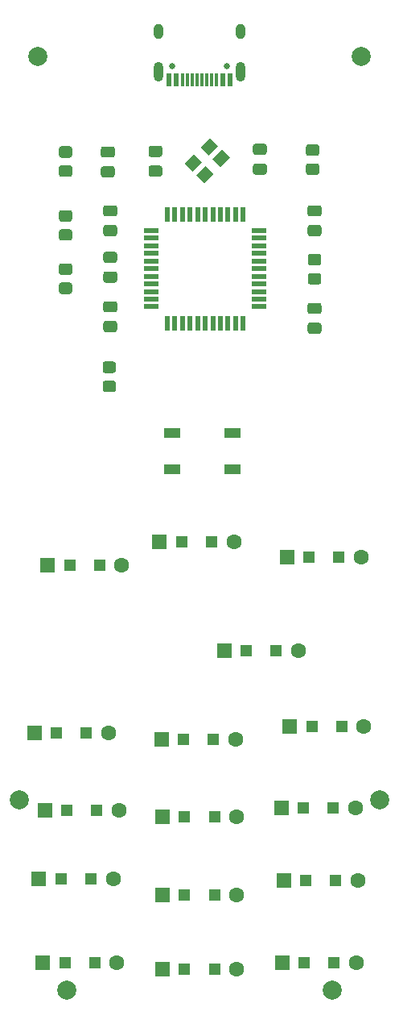
<source format=gbs>
%TF.GenerationSoftware,KiCad,Pcbnew,(5.1.9)-1*%
%TF.CreationDate,2021-01-14T19:29:22+00:00*%
%TF.ProjectId,Nokia_3310_Controller,4e6f6b69-615f-4333-9331-305f436f6e74,rev?*%
%TF.SameCoordinates,Original*%
%TF.FileFunction,Soldermask,Bot*%
%TF.FilePolarity,Negative*%
%FSLAX46Y46*%
G04 Gerber Fmt 4.6, Leading zero omitted, Abs format (unit mm)*
G04 Created by KiCad (PCBNEW (5.1.9)-1) date 2021-01-14 19:29:22*
%MOMM*%
%LPD*%
G01*
G04 APERTURE LIST*
%ADD10C,2.000000*%
%ADD11R,1.700000X1.000000*%
%ADD12C,1.600000*%
%ADD13R,1.600000X1.600000*%
%ADD14R,1.200000X1.200000*%
%ADD15R,1.500000X0.550000*%
%ADD16R,0.550000X1.500000*%
%ADD17C,0.100000*%
%ADD18O,1.000000X1.600000*%
%ADD19C,0.650000*%
%ADD20O,1.000000X2.100000*%
%ADD21R,0.300000X1.450000*%
%ADD22R,0.600000X1.450000*%
G04 APERTURE END LIST*
D10*
%TO.C,NPTH*%
X174500000Y-135000000D03*
%TD*%
%TO.C,NPTH*%
X172500000Y-57000000D03*
%TD*%
%TO.C,NPTH*%
X138500000Y-57000000D03*
%TD*%
%TO.C,NPTH*%
X136500000Y-135000000D03*
%TD*%
%TO.C,NPTH*%
X141500000Y-155000000D03*
%TD*%
%TO.C,NPTH*%
X169500000Y-155000000D03*
%TD*%
D11*
%TO.C,SW_RST1*%
X152650000Y-100300000D03*
X158950000Y-100300000D03*
X152650000Y-96500000D03*
X158950000Y-96500000D03*
%TD*%
%TO.C,R6*%
G36*
G01*
X167850001Y-67400000D02*
X166949999Y-67400000D01*
G75*
G02*
X166700000Y-67150001I0J249999D01*
G01*
X166700000Y-66449999D01*
G75*
G02*
X166949999Y-66200000I249999J0D01*
G01*
X167850001Y-66200000D01*
G75*
G02*
X168100000Y-66449999I0J-249999D01*
G01*
X168100000Y-67150001D01*
G75*
G02*
X167850001Y-67400000I-249999J0D01*
G01*
G37*
G36*
G01*
X167850001Y-69400000D02*
X166949999Y-69400000D01*
G75*
G02*
X166700000Y-69150001I0J249999D01*
G01*
X166700000Y-68449999D01*
G75*
G02*
X166949999Y-68200000I249999J0D01*
G01*
X167850001Y-68200000D01*
G75*
G02*
X168100000Y-68449999I0J-249999D01*
G01*
X168100000Y-69150001D01*
G75*
G02*
X167850001Y-69400000I-249999J0D01*
G01*
G37*
%TD*%
%TO.C,R5*%
G36*
G01*
X141850001Y-67600000D02*
X140949999Y-67600000D01*
G75*
G02*
X140700000Y-67350001I0J249999D01*
G01*
X140700000Y-66649999D01*
G75*
G02*
X140949999Y-66400000I249999J0D01*
G01*
X141850001Y-66400000D01*
G75*
G02*
X142100000Y-66649999I0J-249999D01*
G01*
X142100000Y-67350001D01*
G75*
G02*
X141850001Y-67600000I-249999J0D01*
G01*
G37*
G36*
G01*
X141850001Y-69600000D02*
X140949999Y-69600000D01*
G75*
G02*
X140700000Y-69350001I0J249999D01*
G01*
X140700000Y-68649999D01*
G75*
G02*
X140949999Y-68400000I249999J0D01*
G01*
X141850001Y-68400000D01*
G75*
G02*
X142100000Y-68649999I0J-249999D01*
G01*
X142100000Y-69350001D01*
G75*
G02*
X141850001Y-69600000I-249999J0D01*
G01*
G37*
%TD*%
%TO.C,C1*%
G36*
G01*
X151325000Y-69587500D02*
X150375000Y-69587500D01*
G75*
G02*
X150125000Y-69337500I0J250000D01*
G01*
X150125000Y-68662500D01*
G75*
G02*
X150375000Y-68412500I250000J0D01*
G01*
X151325000Y-68412500D01*
G75*
G02*
X151575000Y-68662500I0J-250000D01*
G01*
X151575000Y-69337500D01*
G75*
G02*
X151325000Y-69587500I-250000J0D01*
G01*
G37*
G36*
G01*
X151325000Y-67512500D02*
X150375000Y-67512500D01*
G75*
G02*
X150125000Y-67262500I0J250000D01*
G01*
X150125000Y-66587500D01*
G75*
G02*
X150375000Y-66337500I250000J0D01*
G01*
X151325000Y-66337500D01*
G75*
G02*
X151575000Y-66587500I0J-250000D01*
G01*
X151575000Y-67262500D01*
G75*
G02*
X151325000Y-67512500I-250000J0D01*
G01*
G37*
%TD*%
%TO.C,C2*%
G36*
G01*
X162325000Y-67300000D02*
X161375000Y-67300000D01*
G75*
G02*
X161125000Y-67050000I0J250000D01*
G01*
X161125000Y-66375000D01*
G75*
G02*
X161375000Y-66125000I250000J0D01*
G01*
X162325000Y-66125000D01*
G75*
G02*
X162575000Y-66375000I0J-250000D01*
G01*
X162575000Y-67050000D01*
G75*
G02*
X162325000Y-67300000I-250000J0D01*
G01*
G37*
G36*
G01*
X162325000Y-69375000D02*
X161375000Y-69375000D01*
G75*
G02*
X161125000Y-69125000I0J250000D01*
G01*
X161125000Y-68450000D01*
G75*
G02*
X161375000Y-68200000I250000J0D01*
G01*
X162325000Y-68200000D01*
G75*
G02*
X162575000Y-68450000I0J-250000D01*
G01*
X162575000Y-69125000D01*
G75*
G02*
X162325000Y-69375000I-250000J0D01*
G01*
G37*
%TD*%
%TO.C,C3*%
G36*
G01*
X167125000Y-82837500D02*
X168075000Y-82837500D01*
G75*
G02*
X168325000Y-83087500I0J-250000D01*
G01*
X168325000Y-83762500D01*
G75*
G02*
X168075000Y-84012500I-250000J0D01*
G01*
X167125000Y-84012500D01*
G75*
G02*
X166875000Y-83762500I0J250000D01*
G01*
X166875000Y-83087500D01*
G75*
G02*
X167125000Y-82837500I250000J0D01*
G01*
G37*
G36*
G01*
X167125000Y-84912500D02*
X168075000Y-84912500D01*
G75*
G02*
X168325000Y-85162500I0J-250000D01*
G01*
X168325000Y-85837500D01*
G75*
G02*
X168075000Y-86087500I-250000J0D01*
G01*
X167125000Y-86087500D01*
G75*
G02*
X166875000Y-85837500I0J250000D01*
G01*
X166875000Y-85162500D01*
G75*
G02*
X167125000Y-84912500I250000J0D01*
G01*
G37*
%TD*%
%TO.C,C4*%
G36*
G01*
X167125000Y-74662500D02*
X168075000Y-74662500D01*
G75*
G02*
X168325000Y-74912500I0J-250000D01*
G01*
X168325000Y-75587500D01*
G75*
G02*
X168075000Y-75837500I-250000J0D01*
G01*
X167125000Y-75837500D01*
G75*
G02*
X166875000Y-75587500I0J250000D01*
G01*
X166875000Y-74912500D01*
G75*
G02*
X167125000Y-74662500I250000J0D01*
G01*
G37*
G36*
G01*
X167125000Y-72587500D02*
X168075000Y-72587500D01*
G75*
G02*
X168325000Y-72837500I0J-250000D01*
G01*
X168325000Y-73512500D01*
G75*
G02*
X168075000Y-73762500I-250000J0D01*
G01*
X167125000Y-73762500D01*
G75*
G02*
X166875000Y-73512500I0J250000D01*
G01*
X166875000Y-72837500D01*
G75*
G02*
X167125000Y-72587500I250000J0D01*
G01*
G37*
%TD*%
%TO.C,C5*%
G36*
G01*
X146575000Y-75837500D02*
X145625000Y-75837500D01*
G75*
G02*
X145375000Y-75587500I0J250000D01*
G01*
X145375000Y-74912500D01*
G75*
G02*
X145625000Y-74662500I250000J0D01*
G01*
X146575000Y-74662500D01*
G75*
G02*
X146825000Y-74912500I0J-250000D01*
G01*
X146825000Y-75587500D01*
G75*
G02*
X146575000Y-75837500I-250000J0D01*
G01*
G37*
G36*
G01*
X146575000Y-73762500D02*
X145625000Y-73762500D01*
G75*
G02*
X145375000Y-73512500I0J250000D01*
G01*
X145375000Y-72837500D01*
G75*
G02*
X145625000Y-72587500I250000J0D01*
G01*
X146575000Y-72587500D01*
G75*
G02*
X146825000Y-72837500I0J-250000D01*
G01*
X146825000Y-73512500D01*
G75*
G02*
X146575000Y-73762500I-250000J0D01*
G01*
G37*
%TD*%
%TO.C,C6*%
G36*
G01*
X146325000Y-67587500D02*
X145375000Y-67587500D01*
G75*
G02*
X145125000Y-67337500I0J250000D01*
G01*
X145125000Y-66662500D01*
G75*
G02*
X145375000Y-66412500I250000J0D01*
G01*
X146325000Y-66412500D01*
G75*
G02*
X146575000Y-66662500I0J-250000D01*
G01*
X146575000Y-67337500D01*
G75*
G02*
X146325000Y-67587500I-250000J0D01*
G01*
G37*
G36*
G01*
X146325000Y-69662500D02*
X145375000Y-69662500D01*
G75*
G02*
X145125000Y-69412500I0J250000D01*
G01*
X145125000Y-68737500D01*
G75*
G02*
X145375000Y-68487500I250000J0D01*
G01*
X146325000Y-68487500D01*
G75*
G02*
X146575000Y-68737500I0J-250000D01*
G01*
X146575000Y-69412500D01*
G75*
G02*
X146325000Y-69662500I-250000J0D01*
G01*
G37*
%TD*%
%TO.C,C7*%
G36*
G01*
X146575000Y-85912500D02*
X145625000Y-85912500D01*
G75*
G02*
X145375000Y-85662500I0J250000D01*
G01*
X145375000Y-84987500D01*
G75*
G02*
X145625000Y-84737500I250000J0D01*
G01*
X146575000Y-84737500D01*
G75*
G02*
X146825000Y-84987500I0J-250000D01*
G01*
X146825000Y-85662500D01*
G75*
G02*
X146575000Y-85912500I-250000J0D01*
G01*
G37*
G36*
G01*
X146575000Y-83837500D02*
X145625000Y-83837500D01*
G75*
G02*
X145375000Y-83587500I0J250000D01*
G01*
X145375000Y-82912500D01*
G75*
G02*
X145625000Y-82662500I250000J0D01*
G01*
X146575000Y-82662500D01*
G75*
G02*
X146825000Y-82912500I0J-250000D01*
G01*
X146825000Y-83587500D01*
G75*
G02*
X146575000Y-83837500I-250000J0D01*
G01*
G37*
%TD*%
%TO.C,C8*%
G36*
G01*
X146575000Y-78642499D02*
X145625000Y-78642499D01*
G75*
G02*
X145375000Y-78392499I0J250000D01*
G01*
X145375000Y-77717499D01*
G75*
G02*
X145625000Y-77467499I250000J0D01*
G01*
X146575000Y-77467499D01*
G75*
G02*
X146825000Y-77717499I0J-250000D01*
G01*
X146825000Y-78392499D01*
G75*
G02*
X146575000Y-78642499I-250000J0D01*
G01*
G37*
G36*
G01*
X146575000Y-80717499D02*
X145625000Y-80717499D01*
G75*
G02*
X145375000Y-80467499I0J250000D01*
G01*
X145375000Y-79792499D01*
G75*
G02*
X145625000Y-79542499I250000J0D01*
G01*
X146575000Y-79542499D01*
G75*
G02*
X146825000Y-79792499I0J-250000D01*
G01*
X146825000Y-80467499D01*
G75*
G02*
X146575000Y-80717499I-250000J0D01*
G01*
G37*
%TD*%
D12*
%TO.C,D1*%
X147300000Y-110400000D03*
D13*
X139500000Y-110400000D03*
D14*
X141825000Y-110400000D03*
X144975000Y-110400000D03*
%TD*%
%TO.C,D2*%
X156775000Y-107900000D03*
X153625000Y-107900000D03*
D13*
X151300000Y-107900000D03*
D12*
X159100000Y-107900000D03*
%TD*%
%TO.C,D3*%
X172500000Y-109500000D03*
D13*
X164700000Y-109500000D03*
D14*
X167025000Y-109500000D03*
X170175000Y-109500000D03*
%TD*%
%TO.C,D4*%
X163575000Y-119400000D03*
X160425000Y-119400000D03*
D13*
X158100000Y-119400000D03*
D12*
X165900000Y-119400000D03*
%TD*%
%TO.C,D5*%
X145900000Y-128000000D03*
D13*
X138100000Y-128000000D03*
D14*
X140425000Y-128000000D03*
X143575000Y-128000000D03*
%TD*%
%TO.C,D6*%
X156975000Y-128700000D03*
X153825000Y-128700000D03*
D13*
X151500000Y-128700000D03*
D12*
X159300000Y-128700000D03*
%TD*%
%TO.C,D7*%
X172800000Y-127300000D03*
D13*
X165000000Y-127300000D03*
D14*
X167325000Y-127300000D03*
X170475000Y-127300000D03*
%TD*%
%TO.C,D8*%
X144675000Y-136100000D03*
X141525000Y-136100000D03*
D13*
X139200000Y-136100000D03*
D12*
X147000000Y-136100000D03*
%TD*%
%TO.C,D9*%
X159400000Y-136800000D03*
D13*
X151600000Y-136800000D03*
D14*
X153925000Y-136800000D03*
X157075000Y-136800000D03*
%TD*%
%TO.C,D10*%
X169575000Y-135900000D03*
X166425000Y-135900000D03*
D13*
X164100000Y-135900000D03*
D12*
X171900000Y-135900000D03*
%TD*%
D14*
%TO.C,D11*%
X144075000Y-143300000D03*
X140925000Y-143300000D03*
D13*
X138600000Y-143300000D03*
D12*
X146400000Y-143300000D03*
%TD*%
%TO.C,D12*%
X159400000Y-145000000D03*
D13*
X151600000Y-145000000D03*
D14*
X153925000Y-145000000D03*
X157075000Y-145000000D03*
%TD*%
%TO.C,D13*%
X169825000Y-143500000D03*
X166675000Y-143500000D03*
D13*
X164350000Y-143500000D03*
D12*
X172150000Y-143500000D03*
%TD*%
%TO.C,D14*%
X146800000Y-152100000D03*
D13*
X139000000Y-152100000D03*
D14*
X141325000Y-152100000D03*
X144475000Y-152100000D03*
%TD*%
%TO.C,D15*%
X157075000Y-152800000D03*
X153925000Y-152800000D03*
D13*
X151600000Y-152800000D03*
D12*
X159400000Y-152800000D03*
%TD*%
%TO.C,D16*%
X172000000Y-152100000D03*
D13*
X164200000Y-152100000D03*
D14*
X166525000Y-152100000D03*
X169675000Y-152100000D03*
%TD*%
%TO.C,R1*%
G36*
G01*
X146450001Y-92204999D02*
X145549999Y-92204999D01*
G75*
G02*
X145300000Y-91955000I0J249999D01*
G01*
X145300000Y-91254998D01*
G75*
G02*
X145549999Y-91004999I249999J0D01*
G01*
X146450001Y-91004999D01*
G75*
G02*
X146700000Y-91254998I0J-249999D01*
G01*
X146700000Y-91955000D01*
G75*
G02*
X146450001Y-92204999I-249999J0D01*
G01*
G37*
G36*
G01*
X146450001Y-90204999D02*
X145549999Y-90204999D01*
G75*
G02*
X145300000Y-89955000I0J249999D01*
G01*
X145300000Y-89254998D01*
G75*
G02*
X145549999Y-89004999I249999J0D01*
G01*
X146450001Y-89004999D01*
G75*
G02*
X146700000Y-89254998I0J-249999D01*
G01*
X146700000Y-89955000D01*
G75*
G02*
X146450001Y-90204999I-249999J0D01*
G01*
G37*
%TD*%
%TO.C,R2*%
G36*
G01*
X167149999Y-79700000D02*
X168050001Y-79700000D01*
G75*
G02*
X168300000Y-79949999I0J-249999D01*
G01*
X168300000Y-80650001D01*
G75*
G02*
X168050001Y-80900000I-249999J0D01*
G01*
X167149999Y-80900000D01*
G75*
G02*
X166900000Y-80650001I0J249999D01*
G01*
X166900000Y-79949999D01*
G75*
G02*
X167149999Y-79700000I249999J0D01*
G01*
G37*
G36*
G01*
X167149999Y-77700000D02*
X168050001Y-77700000D01*
G75*
G02*
X168300000Y-77949999I0J-249999D01*
G01*
X168300000Y-78650001D01*
G75*
G02*
X168050001Y-78900000I-249999J0D01*
G01*
X167149999Y-78900000D01*
G75*
G02*
X166900000Y-78650001I0J249999D01*
G01*
X166900000Y-77949999D01*
G75*
G02*
X167149999Y-77700000I249999J0D01*
G01*
G37*
%TD*%
%TO.C,R3*%
G36*
G01*
X141850001Y-76300000D02*
X140949999Y-76300000D01*
G75*
G02*
X140700000Y-76050001I0J249999D01*
G01*
X140700000Y-75349999D01*
G75*
G02*
X140949999Y-75100000I249999J0D01*
G01*
X141850001Y-75100000D01*
G75*
G02*
X142100000Y-75349999I0J-249999D01*
G01*
X142100000Y-76050001D01*
G75*
G02*
X141850001Y-76300000I-249999J0D01*
G01*
G37*
G36*
G01*
X141850001Y-74300000D02*
X140949999Y-74300000D01*
G75*
G02*
X140700000Y-74050001I0J249999D01*
G01*
X140700000Y-73349999D01*
G75*
G02*
X140949999Y-73100000I249999J0D01*
G01*
X141850001Y-73100000D01*
G75*
G02*
X142100000Y-73349999I0J-249999D01*
G01*
X142100000Y-74050001D01*
G75*
G02*
X141850001Y-74300000I-249999J0D01*
G01*
G37*
%TD*%
%TO.C,R4*%
G36*
G01*
X141850001Y-81900000D02*
X140949999Y-81900000D01*
G75*
G02*
X140700000Y-81650001I0J249999D01*
G01*
X140700000Y-80949999D01*
G75*
G02*
X140949999Y-80700000I249999J0D01*
G01*
X141850001Y-80700000D01*
G75*
G02*
X142100000Y-80949999I0J-249999D01*
G01*
X142100000Y-81650001D01*
G75*
G02*
X141850001Y-81900000I-249999J0D01*
G01*
G37*
G36*
G01*
X141850001Y-79900000D02*
X140949999Y-79900000D01*
G75*
G02*
X140700000Y-79650001I0J249999D01*
G01*
X140700000Y-78949999D01*
G75*
G02*
X140949999Y-78700000I249999J0D01*
G01*
X141850001Y-78700000D01*
G75*
G02*
X142100000Y-78949999I0J-249999D01*
G01*
X142100000Y-79650001D01*
G75*
G02*
X141850001Y-79900000I-249999J0D01*
G01*
G37*
%TD*%
D15*
%TO.C,U1*%
X150400000Y-83250000D03*
X150400000Y-82450000D03*
X150400000Y-81650000D03*
X150400000Y-80850000D03*
X150400000Y-80050000D03*
X150400000Y-79250000D03*
X150400000Y-78450000D03*
X150400000Y-77650000D03*
X150400000Y-76850000D03*
X150400000Y-76050000D03*
X150400000Y-75250000D03*
D16*
X152100000Y-73550000D03*
X152900000Y-73550000D03*
X153700000Y-73550000D03*
X154500000Y-73550000D03*
X155300000Y-73550000D03*
X156100000Y-73550000D03*
X156900000Y-73550000D03*
X157700000Y-73550000D03*
X158500000Y-73550000D03*
X159300000Y-73550000D03*
X160100000Y-73550000D03*
D15*
X161800000Y-75250000D03*
X161800000Y-76050000D03*
X161800000Y-76850000D03*
X161800000Y-77650000D03*
X161800000Y-78450000D03*
X161800000Y-79250000D03*
X161800000Y-80050000D03*
X161800000Y-80850000D03*
X161800000Y-81650000D03*
X161800000Y-82450000D03*
X161800000Y-83250000D03*
D16*
X160100000Y-84950000D03*
X159300000Y-84950000D03*
X158500000Y-84950000D03*
X157700000Y-84950000D03*
X156900000Y-84950000D03*
X156100000Y-84950000D03*
X155300000Y-84950000D03*
X154500000Y-84950000D03*
X153700000Y-84950000D03*
X152900000Y-84950000D03*
X152100000Y-84950000D03*
%TD*%
D17*
%TO.C,X1*%
G36*
X155993934Y-70275305D02*
G01*
X155145406Y-69426777D01*
X156135356Y-68436827D01*
X156983884Y-69285355D01*
X155993934Y-70275305D01*
G37*
G36*
X157690990Y-68578249D02*
G01*
X156842462Y-67729721D01*
X157832412Y-66739771D01*
X158680940Y-67588299D01*
X157690990Y-68578249D01*
G37*
G36*
X154791852Y-69073223D02*
G01*
X153943324Y-68224695D01*
X154933274Y-67234745D01*
X155781802Y-68083273D01*
X154791852Y-69073223D01*
G37*
G36*
X156488908Y-67376167D02*
G01*
X155640380Y-66527639D01*
X156630330Y-65537689D01*
X157478858Y-66386217D01*
X156488908Y-67376167D01*
G37*
%TD*%
D18*
%TO.C,J1*%
X159820000Y-54350000D03*
D19*
X158390000Y-58000000D03*
D18*
X151180000Y-54350000D03*
D19*
X152610000Y-58000000D03*
D20*
X151180000Y-58530000D03*
X159820000Y-58530000D03*
D21*
X155250000Y-59445000D03*
X157250000Y-59445000D03*
X156750000Y-59445000D03*
X156250000Y-59445000D03*
X155750000Y-59445000D03*
X154750000Y-59445000D03*
X154250000Y-59445000D03*
X153750000Y-59445000D03*
D22*
X158750000Y-59445000D03*
X157950000Y-59445000D03*
X153050000Y-59445000D03*
X152250000Y-59445000D03*
X152250000Y-59445000D03*
X153050000Y-59445000D03*
X157950000Y-59445000D03*
X158750000Y-59445000D03*
%TD*%
M02*

</source>
